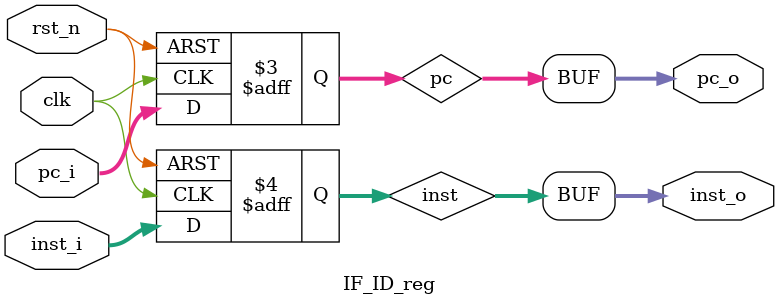
<source format=v>
`timescale 1ns / 1ps

module IF_ID_reg(
    input             clk,
    input             rst_n,
    input   [31:0]    pc_i,
    input   [31:0]    inst_i,
    output  [31:0]    pc_o,
    output  [31:0]    inst_o
    );
    reg [31:0] pc;
    reg [31:0] inst;
    assign inst_o = inst;
    assign pc_o = pc;
    always@(posedge clk or negedge rst_n) begin
        if (~rst_n) begin
            pc <= 32'b0;
            inst <= 32'b0;
        end
        else begin
            pc <= pc_i;
            inst <= inst_i;
        end
    end
endmodule

</source>
